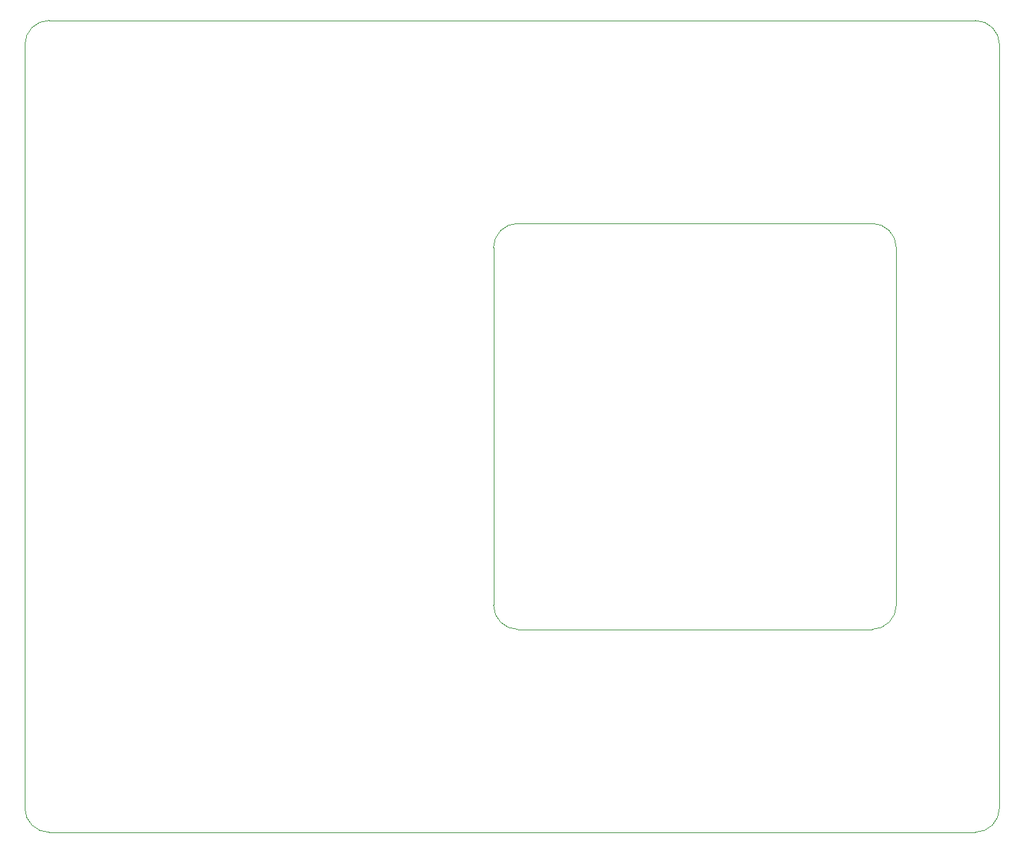
<source format=gbr>
%TF.GenerationSoftware,KiCad,Pcbnew,(6.0.4)*%
%TF.CreationDate,2023-06-02T21:46:19+02:00*%
%TF.ProjectId,LED-Zappelin-V2-ResistorBoard,4c45442d-5a61-4707-9065-6c696e2d5632,rev?*%
%TF.SameCoordinates,Original*%
%TF.FileFunction,Paste,Bot*%
%TF.FilePolarity,Positive*%
%FSLAX46Y46*%
G04 Gerber Fmt 4.6, Leading zero omitted, Abs format (unit mm)*
G04 Created by KiCad (PCBNEW (6.0.4)) date 2023-06-02 21:46:19*
%MOMM*%
%LPD*%
G01*
G04 APERTURE LIST*
%TA.AperFunction,Profile*%
%ADD10C,0.100000*%
%TD*%
G04 APERTURE END LIST*
D10*
X52850000Y-150250000D02*
X166850000Y-150250000D01*
X169850000Y-147250000D02*
X169850000Y-53250000D01*
X154150000Y-125250000D02*
G75*
G03*
X157150000Y-122250000I0J3000000D01*
G01*
X52850000Y-50250000D02*
G75*
G03*
X49850000Y-53250000I0J-3000000D01*
G01*
X169850000Y-53250000D02*
G75*
G03*
X166850000Y-50250000I-3000000J0D01*
G01*
X157150000Y-78250000D02*
G75*
G03*
X154150000Y-75250000I-3000000J0D01*
G01*
X154150000Y-75250000D02*
X110550000Y-75250000D01*
X110550000Y-75250000D02*
G75*
G03*
X107550000Y-78250000I0J-3000000D01*
G01*
X107550000Y-122250000D02*
X107550000Y-78250000D01*
X157150000Y-78250000D02*
X157150000Y-122250000D01*
X49850000Y-147250000D02*
G75*
G03*
X52850000Y-150250000I3000000J0D01*
G01*
X154150000Y-125250000D02*
X110550000Y-125250000D01*
X166850000Y-50250000D02*
X52850000Y-50250000D01*
X107550000Y-122250000D02*
G75*
G03*
X110550000Y-125250000I3000000J0D01*
G01*
X49850000Y-53250000D02*
X49850000Y-147250000D01*
X166850000Y-150250000D02*
G75*
G03*
X169850000Y-147250000I0J3000000D01*
G01*
M02*

</source>
